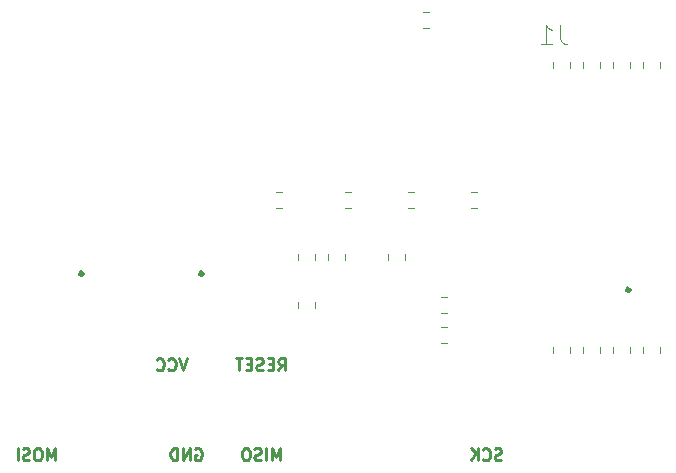
<source format=gbo>
G04 #@! TF.GenerationSoftware,KiCad,Pcbnew,(5.1.4-0-10_14)*
G04 #@! TF.CreationDate,2020-04-02T23:17:02+02:00*
G04 #@! TF.ProjectId,threeboard,74687265-6562-46f6-9172-642e6b696361,rev?*
G04 #@! TF.SameCoordinates,Original*
G04 #@! TF.FileFunction,Legend,Bot*
G04 #@! TF.FilePolarity,Positive*
%FSLAX46Y46*%
G04 Gerber Fmt 4.6, Leading zero omitted, Abs format (unit mm)*
G04 Created by KiCad (PCBNEW (5.1.4-0-10_14)) date 2020-04-02 23:17:02*
%MOMM*%
%LPD*%
G04 APERTURE LIST*
%ADD10C,0.250000*%
%ADD11C,0.400000*%
%ADD12C,0.120000*%
%ADD13C,0.015000*%
G04 APERTURE END LIST*
D10*
X64674583Y-61523630D02*
X64341250Y-62523630D01*
X64007916Y-61523630D01*
X63103154Y-62428392D02*
X63150773Y-62476011D01*
X63293630Y-62523630D01*
X63388869Y-62523630D01*
X63531726Y-62476011D01*
X63626964Y-62380773D01*
X63674583Y-62285535D01*
X63722202Y-62095059D01*
X63722202Y-61952202D01*
X63674583Y-61761726D01*
X63626964Y-61666488D01*
X63531726Y-61571250D01*
X63388869Y-61523630D01*
X63293630Y-61523630D01*
X63150773Y-61571250D01*
X63103154Y-61618869D01*
X62103154Y-62428392D02*
X62150773Y-62476011D01*
X62293630Y-62523630D01*
X62388869Y-62523630D01*
X62531726Y-62476011D01*
X62626964Y-62380773D01*
X62674583Y-62285535D01*
X62722202Y-62095059D01*
X62722202Y-61952202D01*
X62674583Y-61761726D01*
X62626964Y-61666488D01*
X62531726Y-61571250D01*
X62388869Y-61523630D01*
X62293630Y-61523630D01*
X62150773Y-61571250D01*
X62103154Y-61618869D01*
X65373154Y-69191250D02*
X65468392Y-69143630D01*
X65611250Y-69143630D01*
X65754107Y-69191250D01*
X65849345Y-69286488D01*
X65896964Y-69381726D01*
X65944583Y-69572202D01*
X65944583Y-69715059D01*
X65896964Y-69905535D01*
X65849345Y-70000773D01*
X65754107Y-70096011D01*
X65611250Y-70143630D01*
X65516011Y-70143630D01*
X65373154Y-70096011D01*
X65325535Y-70048392D01*
X65325535Y-69715059D01*
X65516011Y-69715059D01*
X64896964Y-70143630D02*
X64896964Y-69143630D01*
X64325535Y-70143630D01*
X64325535Y-69143630D01*
X63849345Y-70143630D02*
X63849345Y-69143630D01*
X63611250Y-69143630D01*
X63468392Y-69191250D01*
X63373154Y-69286488D01*
X63325535Y-69381726D01*
X63277916Y-69572202D01*
X63277916Y-69715059D01*
X63325535Y-69905535D01*
X63373154Y-70000773D01*
X63468392Y-70096011D01*
X63611250Y-70143630D01*
X63849345Y-70143630D01*
X72413630Y-62523630D02*
X72746964Y-62047440D01*
X72985059Y-62523630D02*
X72985059Y-61523630D01*
X72604107Y-61523630D01*
X72508869Y-61571250D01*
X72461250Y-61618869D01*
X72413630Y-61714107D01*
X72413630Y-61856964D01*
X72461250Y-61952202D01*
X72508869Y-61999821D01*
X72604107Y-62047440D01*
X72985059Y-62047440D01*
X71985059Y-61999821D02*
X71651726Y-61999821D01*
X71508869Y-62523630D02*
X71985059Y-62523630D01*
X71985059Y-61523630D01*
X71508869Y-61523630D01*
X71127916Y-62476011D02*
X70985059Y-62523630D01*
X70746964Y-62523630D01*
X70651726Y-62476011D01*
X70604107Y-62428392D01*
X70556488Y-62333154D01*
X70556488Y-62237916D01*
X70604107Y-62142678D01*
X70651726Y-62095059D01*
X70746964Y-62047440D01*
X70937440Y-61999821D01*
X71032678Y-61952202D01*
X71080297Y-61904583D01*
X71127916Y-61809345D01*
X71127916Y-61714107D01*
X71080297Y-61618869D01*
X71032678Y-61571250D01*
X70937440Y-61523630D01*
X70699345Y-61523630D01*
X70556488Y-61571250D01*
X70127916Y-61999821D02*
X69794583Y-61999821D01*
X69651726Y-62523630D02*
X70127916Y-62523630D01*
X70127916Y-61523630D01*
X69651726Y-61523630D01*
X69366011Y-61523630D02*
X68794583Y-61523630D01*
X69080297Y-62523630D02*
X69080297Y-61523630D01*
X91296964Y-70096011D02*
X91154107Y-70143630D01*
X90916011Y-70143630D01*
X90820773Y-70096011D01*
X90773154Y-70048392D01*
X90725535Y-69953154D01*
X90725535Y-69857916D01*
X90773154Y-69762678D01*
X90820773Y-69715059D01*
X90916011Y-69667440D01*
X91106488Y-69619821D01*
X91201726Y-69572202D01*
X91249345Y-69524583D01*
X91296964Y-69429345D01*
X91296964Y-69334107D01*
X91249345Y-69238869D01*
X91201726Y-69191250D01*
X91106488Y-69143630D01*
X90868392Y-69143630D01*
X90725535Y-69191250D01*
X89725535Y-70048392D02*
X89773154Y-70096011D01*
X89916011Y-70143630D01*
X90011250Y-70143630D01*
X90154107Y-70096011D01*
X90249345Y-70000773D01*
X90296964Y-69905535D01*
X90344583Y-69715059D01*
X90344583Y-69572202D01*
X90296964Y-69381726D01*
X90249345Y-69286488D01*
X90154107Y-69191250D01*
X90011250Y-69143630D01*
X89916011Y-69143630D01*
X89773154Y-69191250D01*
X89725535Y-69238869D01*
X89296964Y-70143630D02*
X89296964Y-69143630D01*
X88725535Y-70143630D02*
X89154107Y-69572202D01*
X88725535Y-69143630D02*
X89296964Y-69715059D01*
X72532678Y-70143630D02*
X72532678Y-69143630D01*
X72199345Y-69857916D01*
X71866011Y-69143630D01*
X71866011Y-70143630D01*
X71389821Y-70143630D02*
X71389821Y-69143630D01*
X70961250Y-70096011D02*
X70818392Y-70143630D01*
X70580297Y-70143630D01*
X70485059Y-70096011D01*
X70437440Y-70048392D01*
X70389821Y-69953154D01*
X70389821Y-69857916D01*
X70437440Y-69762678D01*
X70485059Y-69715059D01*
X70580297Y-69667440D01*
X70770773Y-69619821D01*
X70866011Y-69572202D01*
X70913630Y-69524583D01*
X70961250Y-69429345D01*
X70961250Y-69334107D01*
X70913630Y-69238869D01*
X70866011Y-69191250D01*
X70770773Y-69143630D01*
X70532678Y-69143630D01*
X70389821Y-69191250D01*
X69770773Y-69143630D02*
X69580297Y-69143630D01*
X69485059Y-69191250D01*
X69389821Y-69286488D01*
X69342202Y-69476964D01*
X69342202Y-69810297D01*
X69389821Y-70000773D01*
X69485059Y-70096011D01*
X69580297Y-70143630D01*
X69770773Y-70143630D01*
X69866011Y-70096011D01*
X69961250Y-70000773D01*
X70008869Y-69810297D01*
X70008869Y-69476964D01*
X69961250Y-69286488D01*
X69866011Y-69191250D01*
X69770773Y-69143630D01*
X53482678Y-70143630D02*
X53482678Y-69143630D01*
X53149345Y-69857916D01*
X52816011Y-69143630D01*
X52816011Y-70143630D01*
X52149345Y-69143630D02*
X51958869Y-69143630D01*
X51863630Y-69191250D01*
X51768392Y-69286488D01*
X51720773Y-69476964D01*
X51720773Y-69810297D01*
X51768392Y-70000773D01*
X51863630Y-70096011D01*
X51958869Y-70143630D01*
X52149345Y-70143630D01*
X52244583Y-70096011D01*
X52339821Y-70000773D01*
X52387440Y-69810297D01*
X52387440Y-69476964D01*
X52339821Y-69286488D01*
X52244583Y-69191250D01*
X52149345Y-69143630D01*
X51339821Y-70096011D02*
X51196964Y-70143630D01*
X50958869Y-70143630D01*
X50863630Y-70096011D01*
X50816011Y-70048392D01*
X50768392Y-69953154D01*
X50768392Y-69857916D01*
X50816011Y-69762678D01*
X50863630Y-69715059D01*
X50958869Y-69667440D01*
X51149345Y-69619821D01*
X51244583Y-69572202D01*
X51292202Y-69524583D01*
X51339821Y-69429345D01*
X51339821Y-69334107D01*
X51292202Y-69238869D01*
X51244583Y-69191250D01*
X51149345Y-69143630D01*
X50911250Y-69143630D01*
X50768392Y-69191250D01*
X50339821Y-70143630D02*
X50339821Y-69143630D01*
D11*
X65981250Y-54351250D02*
G75*
G03X65981250Y-54351250I-100000J0D01*
G01*
X55821250Y-54351250D02*
G75*
G03X55821250Y-54351250I-100000J0D01*
G01*
X102128750Y-55721250D02*
G75*
G03X102128750Y-55721250I-100000J0D01*
G01*
D12*
X86707502Y-57701250D02*
X86184998Y-57701250D01*
X86707502Y-56281250D02*
X86184998Y-56281250D01*
X83101250Y-52674998D02*
X83101250Y-53197502D01*
X81681250Y-52674998D02*
X81681250Y-53197502D01*
X104691250Y-60539998D02*
X104691250Y-61062502D01*
X103271250Y-60539998D02*
X103271250Y-61062502D01*
X103271250Y-36932502D02*
X103271250Y-36409998D01*
X104691250Y-36932502D02*
X104691250Y-36409998D01*
X97071250Y-60539998D02*
X97071250Y-61062502D01*
X95651250Y-60539998D02*
X95651250Y-61062502D01*
X86707502Y-60241250D02*
X86184998Y-60241250D01*
X86707502Y-58821250D02*
X86184998Y-58821250D01*
X102151250Y-60539998D02*
X102151250Y-61062502D01*
X100731250Y-60539998D02*
X100731250Y-61062502D01*
X99611250Y-60539998D02*
X99611250Y-61062502D01*
X98191250Y-60539998D02*
X98191250Y-61062502D01*
X75481250Y-56729998D02*
X75481250Y-57252502D01*
X74061250Y-56729998D02*
X74061250Y-57252502D01*
X102151250Y-36409998D02*
X102151250Y-36932502D01*
X100731250Y-36409998D02*
X100731250Y-36932502D01*
X95651250Y-36932502D02*
X95651250Y-36409998D01*
X97071250Y-36932502D02*
X97071250Y-36409998D01*
X98191250Y-36932502D02*
X98191250Y-36409998D01*
X99611250Y-36932502D02*
X99611250Y-36409998D01*
X72214998Y-47391250D02*
X72737502Y-47391250D01*
X72214998Y-48811250D02*
X72737502Y-48811250D01*
X78074998Y-47391250D02*
X78597502Y-47391250D01*
X78074998Y-48811250D02*
X78597502Y-48811250D01*
X83399998Y-47391250D02*
X83922502Y-47391250D01*
X83399998Y-48811250D02*
X83922502Y-48811250D01*
X88724998Y-47391250D02*
X89247502Y-47391250D01*
X88724998Y-48811250D02*
X89247502Y-48811250D01*
X84669998Y-32151250D02*
X85192502Y-32151250D01*
X84669998Y-33571250D02*
X85192502Y-33571250D01*
X76601250Y-53197502D02*
X76601250Y-52674998D01*
X78021250Y-53197502D02*
X78021250Y-52674998D01*
X74061250Y-53197502D02*
X74061250Y-52674998D01*
X75481250Y-53197502D02*
X75481250Y-52674998D01*
D13*
X96260339Y-33287790D02*
X96260339Y-34431389D01*
X96336579Y-34660109D01*
X96489059Y-34812589D01*
X96717779Y-34888829D01*
X96870259Y-34888829D01*
X94659300Y-34888829D02*
X95574180Y-34888829D01*
X95116740Y-34888829D02*
X95116740Y-33287790D01*
X95269220Y-33516510D01*
X95421700Y-33668990D01*
X95574180Y-33745230D01*
M02*

</source>
